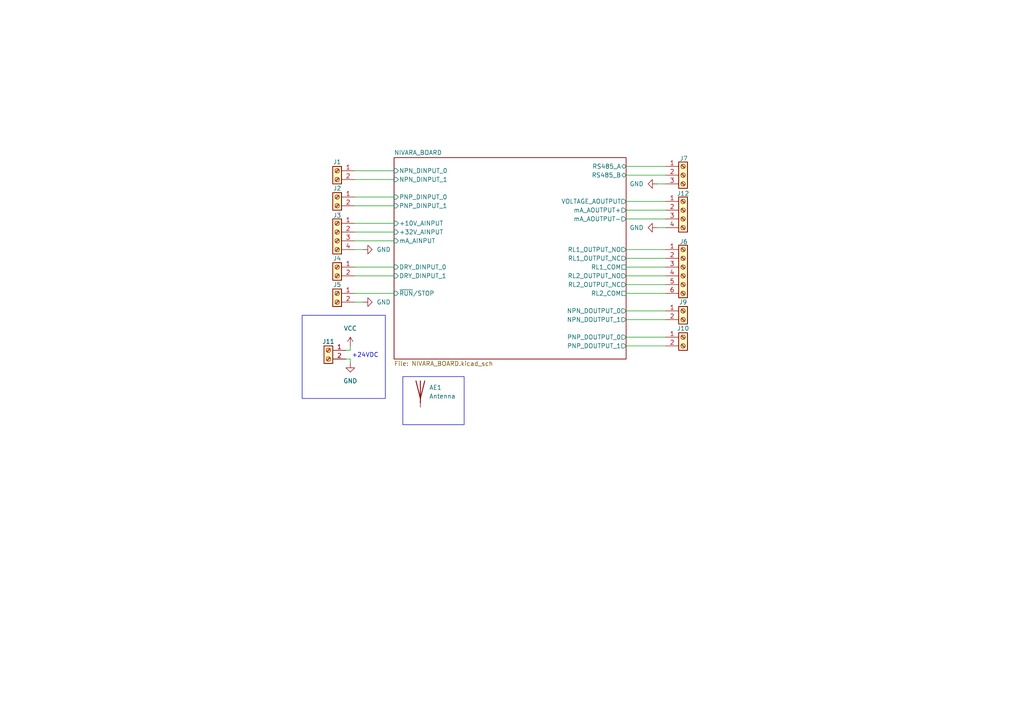
<source format=kicad_sch>
(kicad_sch (version 20250114) (generator "eeschema") (generator_version "9.0")
  (paper "A4")
  (lib_symbols
    (symbol "Connector:Screw_Terminal_01x02" (pin_names (offset 1.016) (hide yes))
      (property "Reference" "J" (at 0 2.54 0))
      (property "Value" "Screw_Terminal_01x02" (at 0 -5.08 0))
      (symbol "Screw_Terminal_01x02_1_1"
        (rectangle (start -1.27 1.27) (end 1.27 -3.81) (stroke (width 0.254)) (fill (type background)))
        (polyline (pts (xy -0.5334 0.3302) (xy 0.3302 -0.508)) (stroke (width 0.1524)))
        (polyline (pts (xy -0.5334 -2.2098) (xy 0.3302 -3.048)) (stroke (width 0.1524)))
        (polyline (pts (xy -0.3556 0.508) (xy 0.508 -0.3302)) (stroke (width 0.1524)))
        (polyline (pts (xy -0.3556 -2.032) (xy 0.508 -2.8702)) (stroke (width 0.1524)))
        (circle (center 0 0) (radius 0.635) (stroke (width 0.1524)))
        (circle (center 0 -2.54) (radius 0.635) (stroke (width 0.1524)))
        (pin passive line (at -5.08 0 0) (length 3.81) (name "Pin_1") (number "1"))
        (pin passive line (at -5.08 -2.54 0) (length 3.81) (name "Pin_2") (number "2"))
      )
    )
    (symbol "Connector:Screw_Terminal_01x03" (pin_names (offset 1.016) (hide yes))
      (property "Reference" "J" (at 0 5.08 0))
      (property "Value" "Screw_Terminal_01x03" (at 0 -5.08 0))
      (symbol "Screw_Terminal_01x03_1_1"
        (rectangle (start -1.27 3.81) (end 1.27 -3.81) (stroke (width 0.254)) (fill (type background)))
        (polyline (pts (xy -0.5334 2.8702) (xy 0.3302 2.032)) (stroke (width 0.1524)))
        (polyline (pts (xy -0.5334 0.3302) (xy 0.3302 -0.508)) (stroke (width 0.1524)))
        (polyline (pts (xy -0.5334 -2.2098) (xy 0.3302 -3.048)) (stroke (width 0.1524)))
        (polyline (pts (xy -0.3556 3.048) (xy 0.508 2.2098)) (stroke (width 0.1524)))
        (polyline (pts (xy -0.3556 0.508) (xy 0.508 -0.3302)) (stroke (width 0.1524)))
        (polyline (pts (xy -0.3556 -2.032) (xy 0.508 -2.8702)) (stroke (width 0.1524)))
        (circle (center 0 2.54) (radius 0.635) (stroke (width 0.1524)))
        (circle (center 0 0) (radius 0.635) (stroke (width 0.1524)))
        (circle (center 0 -2.54) (radius 0.635) (stroke (width 0.1524)))
        (pin passive line (at -5.08 2.54 0) (length 3.81) (name "Pin_1") (number "1"))
        (pin passive line (at -5.08 0 0) (length 3.81) (name "Pin_2") (number "2"))
        (pin passive line (at -5.08 -2.54 0) (length 3.81) (name "Pin_3") (number "3"))
      )
    )
    (symbol "Connector:Screw_Terminal_01x04" (pin_names (offset 1.016) (hide yes))
      (property "Reference" "J" (at 0 5.08 0))
      (property "Value" "Screw_Terminal_01x04" (at 0 -7.62 0))
      (symbol "Screw_Terminal_01x04_1_1"
        (rectangle (start -1.27 3.81) (end 1.27 -6.35) (stroke (width 0.254)) (fill (type background)))
        (polyline (pts (xy -0.5334 2.8702) (xy 0.3302 2.032)) (stroke (width 0.1524)))
        (polyline (pts (xy -0.5334 0.3302) (xy 0.3302 -0.508)) (stroke (width 0.1524)))
        (polyline (pts (xy -0.5334 -2.2098) (xy 0.3302 -3.048)) (stroke (width 0.1524)))
        (polyline (pts (xy -0.5334 -4.7498) (xy 0.3302 -5.588)) (stroke (width 0.1524)))
        (polyline (pts (xy -0.3556 3.048) (xy 0.508 2.2098)) (stroke (width 0.1524)))
        (polyline (pts (xy -0.3556 0.508) (xy 0.508 -0.3302)) (stroke (width 0.1524)))
        (polyline (pts (xy -0.3556 -2.032) (xy 0.508 -2.8702)) (stroke (width 0.1524)))
        (polyline (pts (xy -0.3556 -4.572) (xy 0.508 -5.4102)) (stroke (width 0.1524)))
        (circle (center 0 2.54) (radius 0.635) (stroke (width 0.1524)))
        (circle (center 0 0) (radius 0.635) (stroke (width 0.1524)))
        (circle (center 0 -2.54) (radius 0.635) (stroke (width 0.1524)))
        (circle (center 0 -5.08) (radius 0.635) (stroke (width 0.1524)))
        (pin passive line (at -5.08 2.54 0) (length 3.81) (name "Pin_1") (number "1"))
        (pin passive line (at -5.08 0 0) (length 3.81) (name "Pin_2") (number "2"))
        (pin passive line (at -5.08 -2.54 0) (length 3.81) (name "Pin_3") (number "3"))
        (pin passive line (at -5.08 -5.08 0) (length 3.81) (name "Pin_4") (number "4"))
      )
    )
    (symbol "Connector:Screw_Terminal_01x06" (pin_names (offset 1.016) (hide yes))
      (property "Reference" "J" (at 0 7.62 0))
      (property "Value" "Screw_Terminal_01x06" (at 0 -10.16 0))
      (symbol "Screw_Terminal_01x06_1_1"
        (rectangle (start -1.27 6.35) (end 1.27 -8.89) (stroke (width 0.254)) (fill (type background)))
        (polyline (pts (xy -0.5334 5.4102) (xy 0.3302 4.572)) (stroke (width 0.1524)))
        (polyline (pts (xy -0.5334 2.8702) (xy 0.3302 2.032)) (stroke (width 0.1524)))
        (polyline (pts (xy -0.5334 0.3302) (xy 0.3302 -0.508)) (stroke (width 0.1524)))
        (polyline (pts (xy -0.5334 -2.2098) (xy 0.3302 -3.048)) (stroke (width 0.1524)))
        (polyline (pts (xy -0.5334 -4.7498) (xy 0.3302 -5.588)) (stroke (width 0.1524)))
        (polyline (pts (xy -0.5334 -7.2898) (xy 0.3302 -8.128)) (stroke (width 0.1524)))
        (polyline (pts (xy -0.3556 5.588) (xy 0.508 4.7498)) (stroke (width 0.1524)))
        (polyline (pts (xy -0.3556 3.048) (xy 0.508 2.2098)) (stroke (width 0.1524)))
        (polyline (pts (xy -0.3556 0.508) (xy 0.508 -0.3302)) (stroke (width 0.1524)))
        (polyline (pts (xy -0.3556 -2.032) (xy 0.508 -2.8702)) (stroke (width 0.1524)))
        (polyline (pts (xy -0.3556 -4.572) (xy 0.508 -5.4102)) (stroke (width 0.1524)))
        (polyline (pts (xy -0.3556 -7.112) (xy 0.508 -7.9502)) (stroke (width 0.1524)))
        (circle (center 0 5.08) (radius 0.635) (stroke (width 0.1524)))
        (circle (center 0 2.54) (radius 0.635) (stroke (width 0.1524)))
        (circle (center 0 0) (radius 0.635) (stroke (width 0.1524)))
        (circle (center 0 -2.54) (radius 0.635) (stroke (width 0.1524)))
        (circle (center 0 -5.08) (radius 0.635) (stroke (width 0.1524)))
        (circle (center 0 -7.62) (radius 0.635) (stroke (width 0.1524)))
        (pin passive line (at -5.08 5.08 0) (length 3.81) (name "Pin_1") (number "1"))
        (pin passive line (at -5.08 2.54 0) (length 3.81) (name "Pin_2") (number "2"))
        (pin passive line (at -5.08 0 0) (length 3.81) (name "Pin_3") (number "3"))
        (pin passive line (at -5.08 -2.54 0) (length 3.81) (name "Pin_4") (number "4"))
        (pin passive line (at -5.08 -5.08 0) (length 3.81) (name "Pin_5") (number "5"))
        (pin passive line (at -5.08 -7.62 0) (length 3.81) (name "Pin_6") (number "6"))
      )
    )
    (symbol "Device:Antenna" (pin_numbers (hide yes)) (pin_names (offset 1.016) (hide yes))
      (property "Reference" "AE" (at -1.905 1.905 0))
      (property "Value" "Antenna" (at -1.905 0 0))
      (symbol "Antenna_0_1"
        (polyline (pts (xy 0 2.54) (xy 0 -3.81)) (stroke (width 0.254)))
        (polyline (pts (xy 1.27 2.54) (xy 0 -2.54) (xy -1.27 2.54)) (stroke (width 0.254)))
      )
      (symbol "Antenna_1_1"
        (pin input line (at 0 -5.08 90) (length 2.54) (name "A") (number "1"))
      )
    )
    (symbol "power:GND" (power) (pin_numbers (hide yes)) (pin_names (offset 0) (hide yes))
      (property "Value" "GND" (at 0 -3.81 0))
      (symbol "GND_0_1"
        (polyline (pts (xy 0 0) (xy 0 -1.27) (xy 1.27 -1.27) (xy 0 -2.54) (xy -1.27 -1.27) (xy 0 -1.27)))
      )
      (symbol "GND_1_1"
        (pin power_in line (at 0 0 270) (length 0) (name "~") (number "1"))
      )
    )
    (symbol "power:VCC" (power) (pin_numbers (hide yes)) (pin_names (offset 0) (hide yes))
      (property "Value" "VCC" (at 0 3.556 0))
      (symbol "VCC_0_1"
        (polyline (pts (xy -0.762 1.27) (xy 0 2.54)))
        (polyline (pts (xy 0 2.54) (xy 0.762 1.27)))
        (polyline (pts (xy 0 0) (xy 0 2.54)))
      )
      (symbol "VCC_1_1"
        (pin power_in line (at 0 0 90) (length 0) (name "~") (number "1"))
      )
    )
  )
  (rectangle (start 87.63 91.44) (end 111.76 115.57))
  (rectangle (start 116.84 109.22) (end 134.62 123.19))
  (text "+24VDC\n" (at 105.918 103.124 0) (effects (font (size 1.27 1.27))))
  (wire (pts (xy 181.61 63.5) (xy 193.04 63.5)))
  (wire (pts (xy 102.87 57.15) (xy 114.3 57.15)))
  (wire (pts (xy 181.61 72.39) (xy 193.04 72.39)))
  (wire (pts (xy 181.61 97.79) (xy 193.04 97.79)))
  (wire (pts (xy 102.87 67.31) (xy 114.3 67.31)))
  (wire (pts (xy 181.61 80.01) (xy 193.04 80.01)))
  (wire (pts (xy 102.87 52.07) (xy 114.3 52.07)))
  (wire (pts (xy 181.61 60.96) (xy 193.04 60.96)))
  (wire (pts (xy 181.61 48.26) (xy 193.04 48.26)))
  (wire (pts (xy 181.61 85.09) (xy 193.04 85.09)))
  (wire (pts (xy 181.61 90.17) (xy 193.04 90.17)))
  (wire (pts (xy 181.61 92.71) (xy 193.04 92.71)))
  (wire (pts (xy 102.87 80.01) (xy 114.3 80.01)))
  (wire (pts (xy 102.87 64.77) (xy 114.3 64.77)))
  (wire (pts (xy 190.5 53.34) (xy 193.04 53.34)))
  (wire (pts (xy 102.87 69.85) (xy 114.3 69.85)))
  (wire (pts (xy 181.61 74.93) (xy 193.04 74.93)))
  (wire (pts (xy 101.6 101.6) (xy 101.6 100.33)))
  (wire (pts (xy 102.87 59.69) (xy 114.3 59.69)))
  (wire (pts (xy 102.87 87.63) (xy 105.41 87.63)))
  (wire (pts (xy 100.33 101.6) (xy 101.6 101.6)))
  (wire (pts (xy 181.61 58.42) (xy 193.04 58.42)))
  (wire (pts (xy 181.61 50.8) (xy 193.04 50.8)))
  (wire (pts (xy 181.61 77.47) (xy 193.04 77.47)))
  (wire (pts (xy 102.87 77.47) (xy 114.3 77.47)))
  (wire (pts (xy 190.5 66.04) (xy 193.04 66.04)))
  (wire (pts (xy 181.61 82.55) (xy 193.04 82.55)))
  (wire (pts (xy 100.33 104.14) (xy 101.6 104.14)))
  (wire (pts (xy 102.87 85.09) (xy 114.3 85.09)))
  (wire (pts (xy 102.87 72.39) (xy 105.41 72.39)))
  (wire (pts (xy 101.6 104.14) (xy 101.6 105.41)))
  (wire (pts (xy 181.61 100.33) (xy 193.04 100.33)))
  (wire (pts (xy 102.87 49.53) (xy 114.3 49.53)))
  (symbol (lib_id "power:VCC") (at 101.6 100.33 0) (unit 1)
    (property "Reference" "#PWR7" (effects (hide yes)))
    (property "Value" "VCC" (at 101.6 95.25 0))
    (property "Description" "Power symbol creates a global label with name \"VCC\"" (effects (hide yes)))
  )
  (symbol (lib_id "Connector:Screw_Terminal_01x02") (at 97.79 49.53 0) (mirror y) (unit 1)
    (property "Reference" "J1" (at 97.79 46.99 0))
    (property "Value" "Screw_Terminal_01x02" (effects (hide yes)))
    (property "Footprint" "TerminalBlock_4Ucon:TerminalBlock_4Ucon_1x02_P3.50mm_Horizontal" (effects (hide yes)))
    (property "Description" "Generic screw terminal, single row, 01x02, script generated (kicad-library-utils/schlib/autogen/connector/)" (effects (hide yes)))
  )
  (symbol (lib_id "power:GND") (at 190.5 66.04 270) (unit 1)
    (property "Reference" "#PWR5" (effects (hide yes)))
    (property "Value" "GND" (at 186.69 66.0399 90) (effects (justify right)))
    (property "Description" "Power symbol creates a global label with name \"GND\" , ground" (effects (hide yes)))
  )
  (symbol (lib_id "Connector:Screw_Terminal_01x04") (at 198.12 60.96 0) (unit 1)
    (property "Reference" "J12" (at 198.12 56.134 0))
    (property "Value" "Screw_Terminal_01x04" (effects (hide yes)))
    (property "Footprint" "TerminalBlock_4Ucon:TerminalBlock_4Ucon_1x04_P3.50mm_Horizontal" (effects (hide yes)))
    (property "Description" "Generic screw terminal, single row, 01x04, script generated (kicad-library-utils/schlib/autogen/connector/)" (effects (hide yes)))
  )
  (symbol (lib_id "Connector:Screw_Terminal_01x06") (at 198.12 77.47 0) (unit 1)
    (property "Reference" "J6" (at 197.104 70.104 0) (effects (justify left)))
    (property "Value" "Screw_Terminal_01x06" (effects (hide yes)))
    (property "Footprint" "TerminalBlock_4Ucon:TerminalBlock_4Ucon_1x06_P3.50mm_Horizontal" (effects (hide yes)))
    (property "Description" "Generic screw terminal, single row, 01x06, script generated (kicad-library-utils/schlib/autogen/connector/)" (effects (hide yes)))
  )
  (symbol (lib_id "Connector:Screw_Terminal_01x02") (at 97.79 85.09 0) (mirror y) (unit 1)
    (property "Reference" "J5" (at 97.79 82.55 0))
    (property "Value" "Screw_Terminal_01x02" (effects (hide yes)))
    (property "Footprint" "TerminalBlock_4Ucon:TerminalBlock_4Ucon_1x02_P3.50mm_Horizontal" (effects (hide yes)))
    (property "Description" "Generic screw terminal, single row, 01x02, script generated (kicad-library-utils/schlib/autogen/connector/)" (effects (hide yes)))
  )
  (symbol (lib_id "Connector:Screw_Terminal_01x02") (at 97.79 57.15 0) (mirror y) (unit 1)
    (property "Reference" "J2" (at 97.79 54.61 0))
    (property "Value" "Screw_Terminal_01x02" (effects (hide yes)))
    (property "Footprint" "TerminalBlock_4Ucon:TerminalBlock_4Ucon_1x02_P3.50mm_Horizontal" (effects (hide yes)))
    (property "Description" "Generic screw terminal, single row, 01x02, script generated (kicad-library-utils/schlib/autogen/connector/)" (effects (hide yes)))
  )
  (symbol (lib_id "power:GND") (at 105.41 87.63 90) (unit 1)
    (property "Reference" "#PWR3" (effects (hide yes)))
    (property "Value" "GND" (at 109.22 87.6299 90) (effects (justify right)))
    (property "Description" "Power symbol creates a global label with name \"GND\" , ground" (effects (hide yes)))
  )
  (symbol (lib_id "Connector:Screw_Terminal_01x04") (at 97.79 67.31 0) (mirror y) (unit 1)
    (property "Reference" "J3" (at 97.79 62.484 0))
    (property "Value" "Screw_Terminal_01x04" (effects (hide yes)))
    (property "Footprint" "TerminalBlock_4Ucon:TerminalBlock_4Ucon_1x04_P3.50mm_Horizontal" (effects (hide yes)))
    (property "Description" "Generic screw terminal, single row, 01x04, script generated (kicad-library-utils/schlib/autogen/connector/)" (effects (hide yes)))
  )
  (symbol (lib_id "power:GND") (at 101.6 105.41 0) (unit 1)
    (property "Reference" "#PWR6" (effects (hide yes)))
    (property "Value" "GND" (at 101.6 110.49 0))
    (property "Description" "Power symbol creates a global label with name \"GND\" , ground" (effects (hide yes)))
  )
  (symbol (lib_id "Connector:Screw_Terminal_01x02") (at 198.12 90.17 0) (unit 1)
    (property "Reference" "J9" (at 198.12 87.63 0))
    (property "Value" "Screw_Terminal_01x02" (effects (hide yes)))
    (property "Footprint" "TerminalBlock_4Ucon:TerminalBlock_4Ucon_1x02_P3.50mm_Horizontal" (effects (hide yes)))
    (property "Description" "Generic screw terminal, single row, 01x02, script generated (kicad-library-utils/schlib/autogen/connector/)" (effects (hide yes)))
  )
  (symbol (lib_id "Connector:Screw_Terminal_01x02") (at 198.12 97.79 0) (unit 1)
    (property "Reference" "J10" (at 198.12 95.25 0))
    (property "Value" "Screw_Terminal_01x02" (effects (hide yes)))
    (property "Footprint" "TerminalBlock_4Ucon:TerminalBlock_4Ucon_1x02_P3.50mm_Horizontal" (effects (hide yes)))
    (property "Description" "Generic screw terminal, single row, 01x02, script generated (kicad-library-utils/schlib/autogen/connector/)" (effects (hide yes)))
  )
  (symbol (lib_id "power:GND") (at 190.5 53.34 270) (unit 1)
    (property "Reference" "#PWR4" (effects (hide yes)))
    (property "Value" "GND" (at 186.69 53.3399 90) (effects (justify right)))
    (property "Description" "Power symbol creates a global label with name \"GND\" , ground" (effects (hide yes)))
  )
  (symbol (lib_id "Connector:Screw_Terminal_01x02") (at 97.79 77.47 0) (mirror y) (unit 1)
    (property "Reference" "J4" (at 97.79 74.93 0))
    (property "Value" "Screw_Terminal_01x02" (effects (hide yes)))
    (property "Footprint" "TerminalBlock_4Ucon:TerminalBlock_4Ucon_1x02_P3.50mm_Horizontal" (effects (hide yes)))
    (property "Description" "Generic screw terminal, single row, 01x02, script generated (kicad-library-utils/schlib/autogen/connector/)" (effects (hide yes)))
  )
  (symbol (lib_id "power:GND") (at 105.41 72.39 90) (unit 1)
    (property "Reference" "#PWR2" (effects (hide yes)))
    (property "Value" "GND" (at 109.22 72.3899 90) (effects (justify right)))
    (property "Description" "Power symbol creates a global label with name \"GND\" , ground" (effects (hide yes)))
  )
  (symbol (lib_id "Connector:Screw_Terminal_01x02") (at 95.25 101.6 0) (mirror y) (unit 1)
    (property "Reference" "J11" (at 95.25 99.06 0))
    (property "Value" "Screw_Terminal_01x02" (effects (hide yes)))
    (property "Description" "Generic screw terminal, single row, 01x02, script generated (kicad-library-utils/schlib/autogen/connector/)" (effects (hide yes)))
  )
  (symbol (lib_id "Connector:Screw_Terminal_01x03") (at 198.12 50.8 0) (unit 1)
    (property "Reference" "J7" (at 197.104 45.974 0) (effects (justify left)))
    (property "Value" "Screw_Terminal_01x03" (effects (hide yes)))
    (property "Footprint" "TerminalBlock_4Ucon:TerminalBlock_4Ucon_1x03_P3.50mm_Horizontal" (effects (hide yes)))
    (property "Description" "Generic screw terminal, single row, 01x03, script generated (kicad-library-utils/schlib/autogen/connector/)" (effects (hide yes)))
  )
  (symbol (lib_id "Device:Antenna") (at 121.92 113.03 0) (unit 1)
    (property "Reference" "AE1" (at 124.46 112.3949 0) (effects (justify left)))
    (property "Value" "Antenna" (at 124.46 114.9349 0) (effects (justify left)))
    (property "Description" "Antenna" (effects (hide yes)))
  )
  (sheet (at 114.3 45.72) (size 67.31 58.42) (stroke (width 0.1524))
    (property "Sheetname" "NIVARA_BOARD" (at 114.3 45.0084 0) (effects (justify left bottom)))
    (property "Sheetfile" "NIVARA_BOARD.kicad_sch" (at 114.3 104.7246 0) (effects (justify left top)))
    (pin "+10V_AINPUT" input (at 114.3 64.77 180))
    (pin "+32V_AINPUT" input (at 114.3 67.31 180))
    (pin "mA_AINPUT" input (at 114.3 69.85 180))
    (pin "NPN_DINPUT_0" input (at 114.3 49.53 180))
    (pin "NPN_DINPUT_1" input (at 114.3 52.07 180))
    (pin "PNP_DINPUT_0" input (at 114.3 57.15 180))
    (pin "PNP_DINPUT_1" input (at 114.3 59.69 180))
    (pin "RL1_COM" passive (at 181.61 77.47 0))
    (pin "RL1_OUTPUT_NC" output (at 181.61 74.93 0))
    (pin "RL1_OUTPUT_NO" output (at 181.61 72.39 0))
    (pin "RL2_COM" passive (at 181.61 85.09 0))
    (pin "RL2_OUTPUT_NC" output (at 181.61 82.55 0))
    (pin "RL2_OUTPUT_NO" output (at 181.61 80.01 0))
    (pin "RS485_A" bidirectional (at 181.61 48.26 0))
    (pin "RS485_B" bidirectional (at 181.61 50.8 0))
    (pin "VOLTAGE_AOUTPUT" output (at 181.61 58.42 0))
    (pin "~{RUN}{slash}STOP" input (at 114.3 85.09 180))
    (pin "NPN_DOUTPUT_0" output (at 181.61 90.17 0))
    (pin "NPN_DOUTPUT_1" output (at 181.61 92.71 0))
    (pin "PNP_DOUTPUT_0" output (at 181.61 97.79 0))
    (pin "PNP_DOUTPUT_1" output (at 181.61 100.33 0))
    (pin "DRY_DINPUT_0" input (at 114.3 77.47 180))
    (pin "DRY_DINPUT_1" input (at 114.3 80.01 180))
    (pin "mA_AOUTPUT+" output (at 181.61 60.96 0))
    (pin "mA_AOUTPUT-" output (at 181.61 63.5 0))
  )
)
</source>
